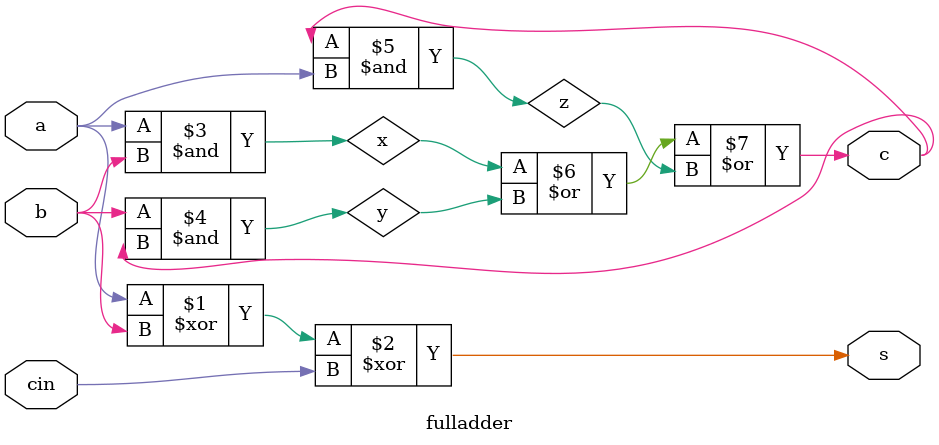
<source format=v>
module fulladder(a,b,cin,s,c);
input a,b,cin;
output s,c;
wire x,y,z;
xor x1(s,a,b,cin);
and a1(x,a,b);
and a2(y,b,c);
and a3(z,c,a);
or o1(c,x,y,z);
endmodule


</source>
